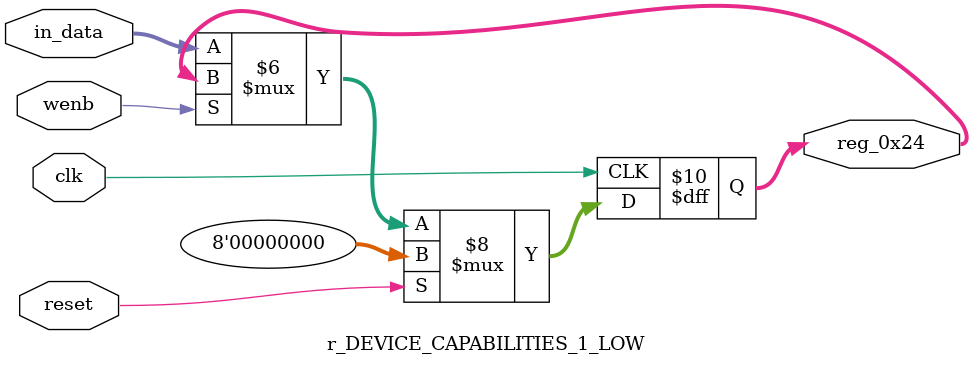
<source format=v>
module r_DEVICE_CAPABILITIES_1_LOW(output reg [7:0] reg_0x24, input wire reset, input wire wenb, input wire [7:0] in_data, input wire clk);
	always@(posedge clk)
	begin
		if(reset==0) begin
			if(wenb==0)
				reg_0x24<=in_data;
			else
				reg_0x24<=reg_0x24;
		end
		else
			reg_0x24<=8'h00;
	end
endmodule
</source>
